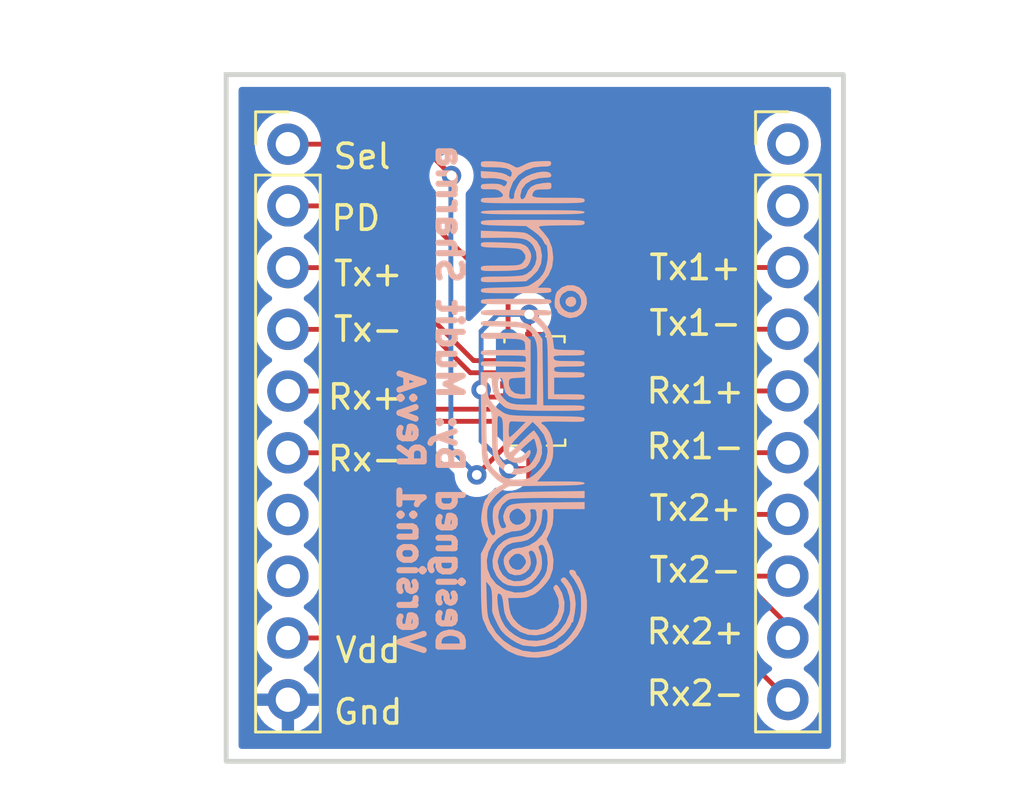
<source format=kicad_pcb>
(kicad_pcb (version 20211014) (generator pcbnew)
  (title_block (title "PI3USB302−A breakout") (date "2022-11-23") (rev "Version:1 Rev:A") (company "Codethink Ltd."))
  (layers (0 "F.Cu" jumper) (31 "B.Cu" signal) (34 "B.Paste" user) (35 "F.Paste" user) (36 "B.SilkS" user "B.Silkscreen") (37 "F.SilkS" user "F.Silkscreen") (38 "B.Mask" user) (39 "F.Mask" user) (44 "Edge.Cuts" user))
  (net 0 "")
  (net 1 "Net-(J1-Pad1)")
  (net 2 "Net-(J1-Pad2)")
  (net 3 "Net-(J1-Pad3)")
  (net 4 "Net-(J1-Pad4)")
  (net 5 "Net-(J1-Pad5)")
  (net 6 "Net-(J1-Pad6)")
  (net 9 "Net-(J1-Pad9)")
  (net 10 "GND")
  (net 13 "Net-(J2-Pad3)")
  (net 14 "Net-(J2-Pad4)")
  (net 15 "Net-(J2-Pad5)")
  (net 16 "Net-(J2-Pad6)")
  (net 17 "Net-(J2-Pad7)")
  (net 18 "Net-(J2-Pad8)")
  (net 19 "Net-(J2-Pad9)")
  (net 20 "Net-(J2-Pad10)")
  (footprint "Connector_PinHeader_2.54mm:PinHeader_1x10_P2.54mm_Vertical" (layer "F.Cu") (at 84.074 30.48)
    (fp_text reference "J2" hide)
    (fp_text value "Conn_01x10_Male")
    (pad "1" thru_hole circle (at 0 0) (size 1.7 1.7) (drill 1) (layers *.Cu *.Mask))
    (pad "2" thru_hole oval (at 0 2.54) (size 1.7 1.7) (drill 1) (layers *.Cu *.Mask))
    (pad "3" thru_hole oval (at 0 5.08) (size 1.7 1.7) (drill 1) (layers *.Cu *.Mask) (net 13 "Net-(J2-Pad3)"))
    (pad "4" thru_hole oval (at 0 7.62) (size 1.7 1.7) (drill 1) (layers *.Cu *.Mask) (net 14 "Net-(J2-Pad4)"))
    (pad "5" thru_hole oval (at 0 10.16) (size 1.7 1.7) (drill 1) (layers *.Cu *.Mask) (net 15 "Net-(J2-Pad5)"))
    (pad "6" thru_hole oval (at 0 12.7) (size 1.7 1.7) (drill 1) (layers *.Cu *.Mask) (net 16 "Net-(J2-Pad6)"))
    (pad "7" thru_hole oval (at 0 15.24) (size 1.7 1.7) (drill 1) (layers *.Cu *.Mask) (net 17 "Net-(J2-Pad7)"))
    (pad "8" thru_hole oval (at 0 17.78) (size 1.7 1.7) (drill 1) (layers *.Cu *.Mask) (net 18 "Net-(J2-Pad8)"))
    (pad "9" thru_hole oval (at 0 20.32) (size 1.7 1.7) (drill 1) (layers *.Cu *.Mask) (net 19 "Net-(J2-Pad9)"))
    (pad "10" thru_hole oval (at 0 22.86) (size 1.7 1.7) (drill 1) (layers *.Cu *.Mask) (net 20 "Net-(J2-Pad10)"))
  )
  (footprint "custom_footprints:PI3USB302−A" (layer "F.Cu") (at 73.66 40.64)
    (fp_text reference "U1" hide)
    (fp_text value "PI3USB302−A" hide)
    (pad "1" smd rect (at -1.1 0.25) (size 0.65 0.3) (layers "F.Cu" "F.Paste" "F.Mask") (net 9 "Net-(J1-Pad9)"))
    (pad "1" smd rect (at -0.25 2.1 270) (size 0.65 0.3) (layers "F.Cu" "F.Paste" "F.Mask") (net 9 "Net-(J1-Pad9)"))
    (pad "1" smd rect (at -0.25 -2.1 270) (size 0.65 0.3) (layers "F.Cu" "F.Paste" "F.Mask") (net 9 "Net-(J1-Pad9)"))
    (pad "2" smd rect (at -1.1 -1.75) (size 0.65 0.3) (layers "F.Cu" "F.Paste" "F.Mask") (net 2 "Net-(J1-Pad2)"))
    (pad "3" smd rect (at -1.1 -1.25) (size 0.65 0.3) (layers "F.Cu" "F.Paste" "F.Mask") (net 3 "Net-(J1-Pad3)"))
    (pad "4" smd rect (at -1.1 -0.75) (size 0.65 0.3) (layers "F.Cu" "F.Paste" "F.Mask") (net 4 "Net-(J1-Pad4)"))
    (pad "5" smd rect (at 0 0) (size 0.9 2.9) (layers "F.Cu" "F.Paste" "F.Mask") (net 10 "GND"))
    (pad "5" smd rect (at -1.1 -0.25) (size 0.65 0.3) (layers "F.Cu" "F.Paste" "F.Mask") (net 10 "GND"))
    (pad "5" smd rect (at 0.25 2.1 270) (size 0.65 0.3) (layers "F.Cu" "F.Paste" "F.Mask") (net 10 "GND"))
    (pad "5" smd rect (at 0.25 -2.1 270) (size 0.65 0.3) (layers "F.Cu" "F.Paste" "F.Mask") (net 10 "GND"))
    (pad "7" smd rect (at -1.1 0.75) (size 0.65 0.3) (layers "F.Cu" "F.Paste" "F.Mask") (net 5 "Net-(J1-Pad5)"))
    (pad "8" smd rect (at -1.1 1.25) (size 0.65 0.3) (layers "F.Cu" "F.Paste" "F.Mask") (net 6 "Net-(J1-Pad6)"))
    (pad "9" smd rect (at -1.1 1.75) (size 0.65 0.3) (layers "F.Cu" "F.Paste" "F.Mask") (net 1 "Net-(J1-Pad1)"))
    (pad "12" smd rect (at 1.1 1.75) (size 0.65 0.3) (layers "F.Cu" "F.Paste" "F.Mask") (net 20 "Net-(J2-Pad10)"))
    (pad "13" smd rect (at 1.1 1.25) (size 0.65 0.3) (layers "F.Cu" "F.Paste" "F.Mask") (net 19 "Net-(J2-Pad9)"))
    (pad "14" smd rect (at 1.1 0.75) (size 0.65 0.3) (layers "F.Cu" "F.Paste" "F.Mask") (net 18 "Net-(J2-Pad8)"))
    (pad "15" smd rect (at 1.1 0.25) (size 0.65 0.3) (layers "F.Cu" "F.Paste" "F.Mask") (net 17 "Net-(J2-Pad7)"))
    (pad "16" smd rect (at 1.1 -0.25) (size 0.65 0.3) (layers "F.Cu" "F.Paste" "F.Mask") (net 16 "Net-(J2-Pad6)"))
    (pad "17" smd rect (at 1.1 -0.75) (size 0.65 0.3) (layers "F.Cu" "F.Paste" "F.Mask") (net 15 "Net-(J2-Pad5)"))
    (pad "18" smd rect (at 1.1 -1.25) (size 0.65 0.3) (layers "F.Cu" "F.Paste" "F.Mask") (net 14 "Net-(J2-Pad4)"))
    (pad "19" smd rect (at 1.1 -1.75) (size 0.65 0.3) (layers "F.Cu" "F.Paste" "F.Mask") (net 13 "Net-(J2-Pad3)"))
  )
  (footprint "Connector_PinHeader_2.54mm:PinHeader_1x10_P2.54mm_Vertical" (layer "F.Cu") (at 63.5 30.485)
    (fp_text reference "J1" hide)
    (fp_text value "Conn_01x10_Male")
    (pad "1" thru_hole circle (at 0 0) (size 1.7 1.7) (drill 1) (layers *.Cu *.Mask) (net 1 "Net-(J1-Pad1)"))
    (pad "2" thru_hole oval (at 0 2.54) (size 1.7 1.7) (drill 1) (layers *.Cu *.Mask) (net 2 "Net-(J1-Pad2)"))
    (pad "3" thru_hole oval (at 0 5.08) (size 1.7 1.7) (drill 1) (layers *.Cu *.Mask) (net 3 "Net-(J1-Pad3)"))
    (pad "4" thru_hole oval (at 0 7.62) (size 1.7 1.7) (drill 1) (layers *.Cu *.Mask) (net 4 "Net-(J1-Pad4)"))
    (pad "5" thru_hole oval (at 0 10.16) (size 1.7 1.7) (drill 1) (layers *.Cu *.Mask) (net 5 "Net-(J1-Pad5)"))
    (pad "6" thru_hole oval (at 0 12.7) (size 1.7 1.7) (drill 1) (layers *.Cu *.Mask) (net 6 "Net-(J1-Pad6)"))
    (pad "7" thru_hole oval (at 0 15.24) (size 1.7 1.7) (drill 1) (layers *.Cu *.Mask))
    (pad "8" thru_hole oval (at 0 17.78) (size 1.7 1.7) (drill 1) (layers *.Cu *.Mask))
    (pad "9" thru_hole oval (at 0 20.32) (size 1.7 1.7) (drill 1) (layers *.Cu *.Mask) (net 9 "Net-(J1-Pad9)"))
    (pad "10" thru_hole oval (at 0 22.86) (size 1.7 1.7) (drill 1) (layers *.Cu *.Mask) (net 10 "GND"))
  )
  (footprint "custom_footprints:ct_logo" (layer "B.Cu") (at 73.66 41.402 90)
    (fp_text reference "G***" hide)
    (fp_text value "LOGO" hide)
  )
  (gr_rect (start 60.96 27.62) (end 86.36 55.88) (layer "Edge.Cuts") (width 0.2) (fill none))
  (gr_text "Designed By: Mudit Sharma\nVersion:1 Rev:A" (at 69.342 51.562 270) (layer "B.SilkS") (effects (font (size 1 1) (thickness 0.25)) (justify left mirror)))
  (gr_text "Tx+" (at 66.802 35.814) (layer "F.SilkS") (effects (font (size 1 1))))
  (gr_text "Rx-\n" (at 66.675 43.434) (layer "F.SilkS") (effects (font (size 1 1))))
  (gr_text "Rx1-\n" (at 80.264 42.926) (layer "F.SilkS") (effects (font (size 1 1))))
  (gr_text "Tx1-\n" (at 80.264 37.846) (layer "F.SilkS") (effects (font (size 1 1))))
  (gr_text "Sel\n" (at 66.548 30.988) (layer "F.SilkS") (effects (font (size 1 1))))
  (gr_text "Rx1+" (at 80.264 40.64) (layer "F.SilkS") (effects (font (size 1 1))))
  (gr_text "Gnd" (at 66.802 53.848) (layer "F.SilkS") (effects (font (size 1 1))))
  (gr_text "Vdd\n" (at 66.802 51.308) (layer "F.SilkS") (effects (font (size 1 1))))
  (gr_text "Tx2+\n" (at 80.264 45.466) (layer "F.SilkS") (effects (font (size 1 1))))
  (gr_text "Tx2-" (at 80.264 48.006) (layer "F.SilkS") (effects (font (size 1 1))))
  (gr_text "Rx2+" (at 80.264 50.546) (layer "F.SilkS") (effects (font (size 1 1))))
  (gr_text "Tx1+\n" (at 80.264 35.56) (layer "F.SilkS") (effects (font (size 1 1))))
  (gr_text "Rx+\n" (at 66.675 40.894) (layer "F.SilkS") (effects (font (size 1 1))))
  (gr_text "PD" (at 66.294 33.528) (layer "F.SilkS") (effects (font (size 1 1))))
  (gr_text "Rx2-\n" (at 80.264 53.086) (layer "F.SilkS") (effects (font (size 1 1))))
  (gr_text "Tx-\n" (at 66.802 38.1) (layer "F.SilkS") (effects (font (size 1 1))))
  (segment (start 68.9406 30.485) (end 63.5 30.485) (width 0.2) (layer "F.Cu") (net 1))
  (segment (start 70.231 31.7754) (end 68.9406 30.485) (width 0.2) (layer "F.Cu") (net 1))
  (segment (start 72.56 42.8068) (end 72.56 42.39) (width 0.2) (layer "F.Cu") (net 1))
  (segment (start 71.2724 44.0944) (end 72.56 42.8068) (width 0.2) (layer "F.Cu") (net 1))
  (via (at 70.231 31.7754) (size 0.8) (drill 0.4) (layers "F.Cu" "B.Cu") (net 1))
  (via (at 71.2724 44.0944) (size 0.8) (drill 0.4) (layers "F.Cu" "B.Cu") (net 1))
  (segment (start 71.2724 44.0944) (end 70.2056 43.0276) (width 0.2) (layer "B.Cu") (net 1))
  (segment (start 70.2056 43.0276) (end 70.2056 31.8008) (width 0.2) (layer "B.Cu") (net 1))
  (segment (start 70.2056 31.8008) (end 70.231 31.7754) (width 0.2) (layer "B.Cu") (net 1))
  (segment (start 72.56 38.89) (end 72.56 36.873) (width 0.2) (layer "F.Cu") (net 2))
  (segment (start 72.56 36.873) (end 68.712 33.025) (width 0.2) (layer "F.Cu") (net 2))
  (segment (start 68.712 33.025) (end 63.5 33.025) (width 0.2) (layer "F.Cu") (net 2))
  (segment (start 67.31 35.56) (end 67.305 35.565) (width 0.2) (layer "F.Cu") (net 3))
  (segment (start 71.14 39.39) (end 67.31 35.56) (width 0.2) (layer "F.Cu") (net 3))
  (segment (start 67.305 35.565) (end 63.5 35.565) (width 0.2) (layer "F.Cu") (net 3))
  (segment (start 72.56 39.39) (end 71.14 39.39) (width 0.2) (layer "F.Cu") (net 3))
  (segment (start 69.21 38.105) (end 63.5 38.105) (width 0.2) (layer "F.Cu") (net 4))
  (segment (start 69.215 38.1) (end 69.21 38.105) (width 0.2) (layer "F.Cu") (net 4))
  (segment (start 71.005 39.89) (end 69.215 38.1) (width 0.2) (layer "F.Cu") (net 4))
  (segment (start 72.56 39.89) (end 71.005 39.89) (width 0.2) (layer "F.Cu") (net 4))
  (segment (start 67.305 40.645) (end 63.5 40.645) (width 0.2) (layer "F.Cu") (net 5))
  (segment (start 67.31 40.64) (end 67.305 40.645) (width 0.2) (layer "F.Cu") (net 5))
  (segment (start 72.56 41.39) (end 68.06 41.39) (width 0.2) (layer "F.Cu") (net 5))
  (segment (start 68.06 41.39) (end 67.31 40.64) (width 0.2) (layer "F.Cu") (net 5))
  (segment (start 66.04 43.18) (end 66.035 43.185) (width 0.2) (layer "F.Cu") (net 6))
  (segment (start 66.035 43.185) (end 63.5 43.185) (width 0.2) (layer "F.Cu") (net 6))
  (segment (start 72.56 41.89) (end 67.965 41.89) (width 0.2) (layer "F.Cu") (net 6))
  (segment (start 66.675 43.18) (end 66.04 43.18) (width 0.2) (layer "F.Cu") (net 6))
  (segment (start 67.965 41.89) (end 66.675 43.18) (width 0.2) (layer "F.Cu") (net 6))
  (segment (start 73.41 42.74) (end 73.41 43.8364) (width 0.2) (layer "F.Cu") (net 9))
  (segment (start 72.5932 43.8404) (end 72.5972 43.8364) (width 0.2) (layer "F.Cu") (net 9))
  (segment (start 73.41 38.54) (end 73.41 37.5118) (width 0.2) (layer "F.Cu") (net 9))
  (segment (start 73.41 45.335) (end 67.94 50.805) (width 0.2) (layer "F.Cu") (net 9))
  (segment (start 71.4502 40.5895) (end 71.7507 40.89) (width 0.2) (layer "F.Cu") (net 9))
  (segment (start 67.94 50.805) (end 63.5 50.805) (width 0.2) (layer "F.Cu") (net 9))
  (segment (start 72.5972 43.8364) (end 73.41 43.8364) (width 0.2) (layer "F.Cu") (net 9))
  (segment (start 71.7507 40.89) (end 72.56 40.89) (width 0.2) (layer "F.Cu") (net 9))
  (segment (start 73.41 37.5118) (end 73.4314 37.4904) (width 0.2) (layer "F.Cu") (net 9))
  (segment (start 73.41 43.8364) (end 73.41 45.335) (width 0.2) (layer "F.Cu") (net 9))
  (via (at 71.4502 40.5895) (size 0.8) (drill 0.4) (layers "F.Cu" "B.Cu") (net 9))
  (via (at 73.4314 37.4904) (size 0.8) (drill 0.4) (layers "F.Cu" "B.Cu") (net 9))
  (via (at 72.5932 43.8404) (size 0.8) (drill 0.4) (layers "F.Cu" "B.Cu") (net 9))
  (segment (start 71.4502 40.5895) (end 71.4502 42.6974) (width 0.2) (layer "B.Cu") (net 9))
  (segment (start 71.4502 42.6974) (end 72.5932 43.8404) (width 0.2) (layer "B.Cu") (net 9))
  (segment (start 72.136 37.4904) (end 73.4314 37.4904) (width 0.2) (layer "B.Cu") (net 9))
  (segment (start 71.4502 40.5895) (end 71.4502 38.1762) (width 0.2) (layer "B.Cu") (net 9))
  (segment (start 71.4502 38.1762) (end 72.136 37.4904) (width 0.2) (layer "B.Cu") (net 9))
  (segment (start 73.91 42.74) (end 73.91 48.645) (width 0.127) (layer "F.Cu") (net 10))
  (segment (start 73.91 42.74) (end 73.91 40.89) (width 0.127) (layer "F.Cu") (net 10))
  (segment (start 73.91 40.89) (end 73.66 40.64) (width 0.127) (layer "F.Cu") (net 10))
  (segment (start 73.41 40.39) (end 73.66 40.64) (width 0.127) (layer "F.Cu") (net 10))
  (segment (start 69.21 53.345) (end 63.5 53.345) (width 0.127) (layer "F.Cu") (net 10))
  (segment (start 72.56 40.39) (end 73.41 40.39) (width 0.127) (layer "F.Cu") (net 10))
  (segment (start 73.91 40.39) (end 73.66 40.64) (width 0.2) (layer "F.Cu") (net 10))
  (segment (start 73.91 48.645) (end 69.21 53.345) (width 0.127) (layer "F.Cu") (net 10))
  (segment (start 73.91 38.54) (end 73.91 40.39) (width 0.2) (layer "F.Cu") (net 10))
  (segment (start 74.76 38.89) (end 77.315 38.89) (width 0.2) (layer "F.Cu") (net 13))
  (segment (start 80.645 35.56) (end 84.074 35.56) (width 0.2) (layer "F.Cu") (net 13))
  (segment (start 77.315 38.89) (end 80.645 35.56) (width 0.2) (layer "F.Cu") (net 13))
  (segment (start 74.76 39.39) (end 77.45 39.39) (width 0.2) (layer "F.Cu") (net 14))
  (segment (start 78.74 38.1) (end 84.074 38.1) (width 0.2) (layer "F.Cu") (net 14))
  (segment (start 77.45 39.39) (end 78.74 38.1) (width 0.2) (layer "F.Cu") (net 14))
  (segment (start 77.355 39.89) (end 78.105 40.64) (width 0.2) (layer "F.Cu") (net 15))
  (segment (start 74.76 39.89) (end 77.355 39.89) (width 0.2) (layer "F.Cu") (net 15))
  (segment (start 78.105 40.64) (end 84.074 40.64) (width 0.2) (layer "F.Cu") (net 15))
  (segment (start 80.01 43.18) (end 84.074 43.18) (width 0.2) (layer "F.Cu") (net 16))
  (segment (start 77.22 40.39) (end 80.01 43.18) (width 0.2) (layer "F.Cu") (net 16))
  (segment (start 74.76 40.39) (end 77.22 40.39) (width 0.2) (layer "F.Cu") (net 16))
  (segment (start 75.815 40.89) (end 80.645 45.72) (width 0.2) (layer "F.Cu") (net 17))
  (segment (start 74.76 40.89) (end 75.815 40.89) (width 0.2) (layer "F.Cu") (net 17))
  (segment (start 80.645 45.72) (end 84.074 45.72) (width 0.2) (layer "F.Cu") (net 17))
  (segment (start 75.749314 41.39) (end 82.619314 48.26) (width 0.2) (layer "F.Cu") (net 18))
  (segment (start 82.619314 48.26) (end 84.074 48.26) (width 0.2) (layer "F.Cu") (net 18))
  (segment (start 74.76 41.39) (end 75.749314 41.39) (width 0.2) (layer "F.Cu") (net 18))
  (segment (start 84.074 50.280372) (end 84.074 50.8) (width 0.2) (layer "F.Cu") (net 19))
  (segment (start 75.683628 41.89) (end 84.074 50.280372) (width 0.2) (layer "F.Cu") (net 19))
  (segment (start 74.76 41.89) (end 75.683628 41.89) (width 0.2) (layer "F.Cu") (net 19))
  (segment (start 74.76 44.026) (end 74.76 42.39) (width 0.2) (layer "F.Cu") (net 20))
  (segment (start 84.074 53.34) (end 74.76 44.026) (width 0.2) (layer "F.Cu") (net 20))
  (zone (net 10) (net_name "GND") (layer "B.Cu") (connect_pads (clearance 0.508)) (min_thickness 0.254) (fill yes (thermal_gap 0.508) (thermal_bridge_width 0.508))
    (polygon (pts (xy 88.646 57.15) (xy 59.944 57.15) (xy 59.944 26.924) (xy 88.138 26.924)))
  )
)
</source>
